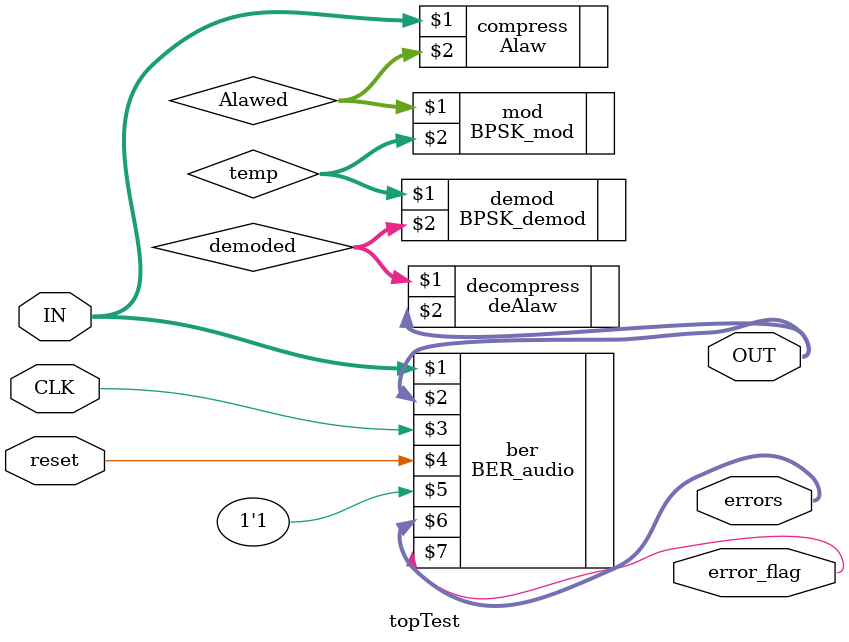
<source format=v>
module topTest(IN, OUT, CLK, errors, error_flag, reset);
input [11:0] IN;
input CLK, reset;
output [11:0] OUT;
output [49:0] errors;
output error_flag;

wire [15:0] temp;
wire [7:0] Alawed, demoded;

BPSK_mod  #(8) mod(Alawed,temp);
BPSK_demod  #(8) demod(temp, demoded);

//compression comp(IN, temp);
//decompression decomp(temp, OUT);

Alaw compress(IN, Alawed);
deAlaw decompress(demoded, OUT);

 BER_audio ber(
IN,
OUT,
CLK,
reset,
1'b1,		//enabled by the tx enable
errors,		// number of errors
error_flag	//is set when errorcount is full
);




endmodule

</source>
